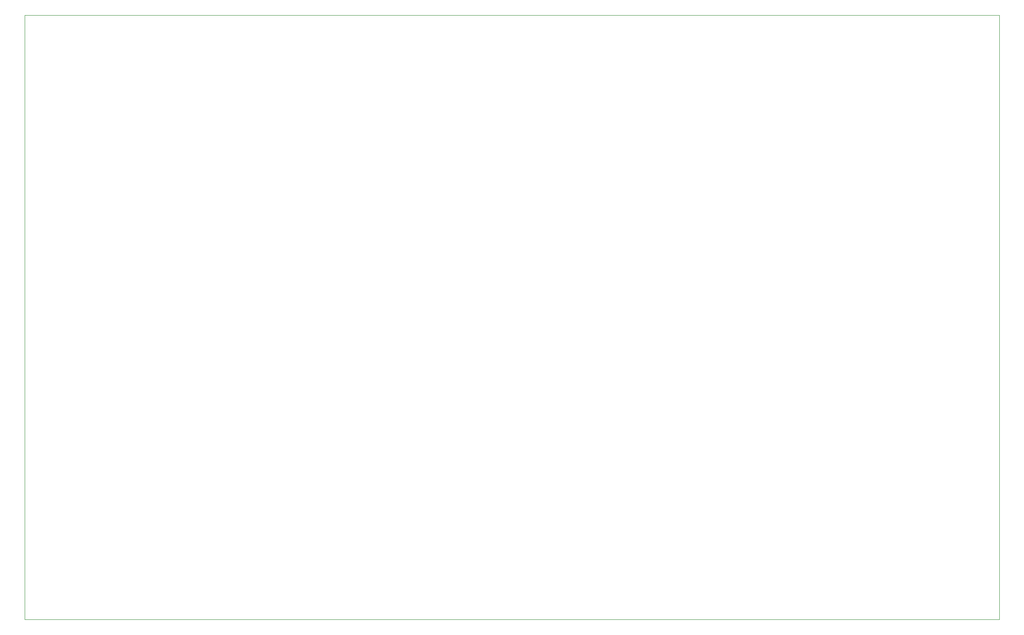
<source format=gbr>
G04 #@! TF.FileFunction,Profile,NP*
%FSLAX46Y46*%
G04 Gerber Fmt 4.6, Leading zero omitted, Abs format (unit mm)*
G04 Created by KiCad (PCBNEW 4.0.6) date 2017 August 16, Wednesday 11:00:37*
%MOMM*%
%LPD*%
G01*
G04 APERTURE LIST*
%ADD10C,0.100000*%
G04 APERTURE END LIST*
D10*
X34925000Y-29210000D02*
X36195000Y-29210000D01*
X34925000Y-147320000D02*
X34925000Y-29210000D01*
X36195000Y-147320000D02*
X34925000Y-147320000D01*
X225425000Y-147320000D02*
X36195000Y-147320000D01*
X225425000Y-29210000D02*
X225425000Y-147320000D01*
X219075000Y-29210000D02*
X225425000Y-29210000D01*
X36195000Y-29210000D02*
X219075000Y-29210000D01*
M02*

</source>
